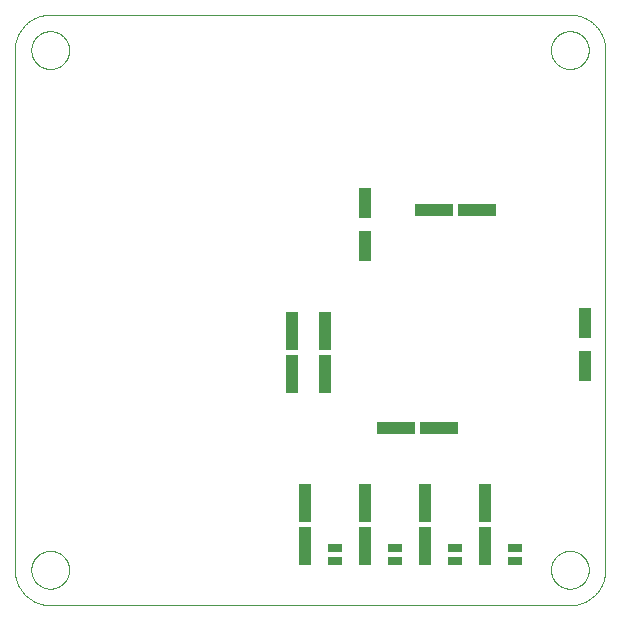
<source format=gtp>
G75*
%MOIN*%
%OFA0B0*%
%FSLAX25Y25*%
%IPPOS*%
%LPD*%
%AMOC8*
5,1,8,0,0,1.08239X$1,22.5*
%
%ADD10C,0.00000*%
%ADD11R,0.03937X0.10236*%
%ADD12R,0.12598X0.03937*%
%ADD13R,0.03937X0.12598*%
%ADD14R,0.04724X0.03150*%
D10*
X0027368Y0017535D02*
X0027368Y0190764D01*
X0032880Y0190764D02*
X0032882Y0190922D01*
X0032888Y0191080D01*
X0032898Y0191238D01*
X0032912Y0191396D01*
X0032930Y0191553D01*
X0032951Y0191710D01*
X0032977Y0191866D01*
X0033007Y0192022D01*
X0033040Y0192177D01*
X0033078Y0192330D01*
X0033119Y0192483D01*
X0033164Y0192635D01*
X0033213Y0192786D01*
X0033266Y0192935D01*
X0033322Y0193083D01*
X0033382Y0193229D01*
X0033446Y0193374D01*
X0033514Y0193517D01*
X0033585Y0193659D01*
X0033659Y0193799D01*
X0033737Y0193936D01*
X0033819Y0194072D01*
X0033903Y0194206D01*
X0033992Y0194337D01*
X0034083Y0194466D01*
X0034178Y0194593D01*
X0034275Y0194718D01*
X0034376Y0194840D01*
X0034480Y0194959D01*
X0034587Y0195076D01*
X0034697Y0195190D01*
X0034810Y0195301D01*
X0034925Y0195410D01*
X0035043Y0195515D01*
X0035164Y0195617D01*
X0035287Y0195717D01*
X0035413Y0195813D01*
X0035541Y0195906D01*
X0035671Y0195996D01*
X0035804Y0196082D01*
X0035939Y0196166D01*
X0036075Y0196245D01*
X0036214Y0196322D01*
X0036355Y0196394D01*
X0036497Y0196464D01*
X0036641Y0196529D01*
X0036787Y0196591D01*
X0036934Y0196649D01*
X0037083Y0196704D01*
X0037233Y0196755D01*
X0037384Y0196802D01*
X0037536Y0196845D01*
X0037689Y0196884D01*
X0037844Y0196920D01*
X0037999Y0196951D01*
X0038155Y0196979D01*
X0038311Y0197003D01*
X0038468Y0197023D01*
X0038626Y0197039D01*
X0038783Y0197051D01*
X0038942Y0197059D01*
X0039100Y0197063D01*
X0039258Y0197063D01*
X0039416Y0197059D01*
X0039575Y0197051D01*
X0039732Y0197039D01*
X0039890Y0197023D01*
X0040047Y0197003D01*
X0040203Y0196979D01*
X0040359Y0196951D01*
X0040514Y0196920D01*
X0040669Y0196884D01*
X0040822Y0196845D01*
X0040974Y0196802D01*
X0041125Y0196755D01*
X0041275Y0196704D01*
X0041424Y0196649D01*
X0041571Y0196591D01*
X0041717Y0196529D01*
X0041861Y0196464D01*
X0042003Y0196394D01*
X0042144Y0196322D01*
X0042283Y0196245D01*
X0042419Y0196166D01*
X0042554Y0196082D01*
X0042687Y0195996D01*
X0042817Y0195906D01*
X0042945Y0195813D01*
X0043071Y0195717D01*
X0043194Y0195617D01*
X0043315Y0195515D01*
X0043433Y0195410D01*
X0043548Y0195301D01*
X0043661Y0195190D01*
X0043771Y0195076D01*
X0043878Y0194959D01*
X0043982Y0194840D01*
X0044083Y0194718D01*
X0044180Y0194593D01*
X0044275Y0194466D01*
X0044366Y0194337D01*
X0044455Y0194206D01*
X0044539Y0194072D01*
X0044621Y0193936D01*
X0044699Y0193799D01*
X0044773Y0193659D01*
X0044844Y0193517D01*
X0044912Y0193374D01*
X0044976Y0193229D01*
X0045036Y0193083D01*
X0045092Y0192935D01*
X0045145Y0192786D01*
X0045194Y0192635D01*
X0045239Y0192483D01*
X0045280Y0192330D01*
X0045318Y0192177D01*
X0045351Y0192022D01*
X0045381Y0191866D01*
X0045407Y0191710D01*
X0045428Y0191553D01*
X0045446Y0191396D01*
X0045460Y0191238D01*
X0045470Y0191080D01*
X0045476Y0190922D01*
X0045478Y0190764D01*
X0045476Y0190606D01*
X0045470Y0190448D01*
X0045460Y0190290D01*
X0045446Y0190132D01*
X0045428Y0189975D01*
X0045407Y0189818D01*
X0045381Y0189662D01*
X0045351Y0189506D01*
X0045318Y0189351D01*
X0045280Y0189198D01*
X0045239Y0189045D01*
X0045194Y0188893D01*
X0045145Y0188742D01*
X0045092Y0188593D01*
X0045036Y0188445D01*
X0044976Y0188299D01*
X0044912Y0188154D01*
X0044844Y0188011D01*
X0044773Y0187869D01*
X0044699Y0187729D01*
X0044621Y0187592D01*
X0044539Y0187456D01*
X0044455Y0187322D01*
X0044366Y0187191D01*
X0044275Y0187062D01*
X0044180Y0186935D01*
X0044083Y0186810D01*
X0043982Y0186688D01*
X0043878Y0186569D01*
X0043771Y0186452D01*
X0043661Y0186338D01*
X0043548Y0186227D01*
X0043433Y0186118D01*
X0043315Y0186013D01*
X0043194Y0185911D01*
X0043071Y0185811D01*
X0042945Y0185715D01*
X0042817Y0185622D01*
X0042687Y0185532D01*
X0042554Y0185446D01*
X0042419Y0185362D01*
X0042283Y0185283D01*
X0042144Y0185206D01*
X0042003Y0185134D01*
X0041861Y0185064D01*
X0041717Y0184999D01*
X0041571Y0184937D01*
X0041424Y0184879D01*
X0041275Y0184824D01*
X0041125Y0184773D01*
X0040974Y0184726D01*
X0040822Y0184683D01*
X0040669Y0184644D01*
X0040514Y0184608D01*
X0040359Y0184577D01*
X0040203Y0184549D01*
X0040047Y0184525D01*
X0039890Y0184505D01*
X0039732Y0184489D01*
X0039575Y0184477D01*
X0039416Y0184469D01*
X0039258Y0184465D01*
X0039100Y0184465D01*
X0038942Y0184469D01*
X0038783Y0184477D01*
X0038626Y0184489D01*
X0038468Y0184505D01*
X0038311Y0184525D01*
X0038155Y0184549D01*
X0037999Y0184577D01*
X0037844Y0184608D01*
X0037689Y0184644D01*
X0037536Y0184683D01*
X0037384Y0184726D01*
X0037233Y0184773D01*
X0037083Y0184824D01*
X0036934Y0184879D01*
X0036787Y0184937D01*
X0036641Y0184999D01*
X0036497Y0185064D01*
X0036355Y0185134D01*
X0036214Y0185206D01*
X0036075Y0185283D01*
X0035939Y0185362D01*
X0035804Y0185446D01*
X0035671Y0185532D01*
X0035541Y0185622D01*
X0035413Y0185715D01*
X0035287Y0185811D01*
X0035164Y0185911D01*
X0035043Y0186013D01*
X0034925Y0186118D01*
X0034810Y0186227D01*
X0034697Y0186338D01*
X0034587Y0186452D01*
X0034480Y0186569D01*
X0034376Y0186688D01*
X0034275Y0186810D01*
X0034178Y0186935D01*
X0034083Y0187062D01*
X0033992Y0187191D01*
X0033903Y0187322D01*
X0033819Y0187456D01*
X0033737Y0187592D01*
X0033659Y0187729D01*
X0033585Y0187869D01*
X0033514Y0188011D01*
X0033446Y0188154D01*
X0033382Y0188299D01*
X0033322Y0188445D01*
X0033266Y0188593D01*
X0033213Y0188742D01*
X0033164Y0188893D01*
X0033119Y0189045D01*
X0033078Y0189198D01*
X0033040Y0189351D01*
X0033007Y0189506D01*
X0032977Y0189662D01*
X0032951Y0189818D01*
X0032930Y0189975D01*
X0032912Y0190132D01*
X0032898Y0190290D01*
X0032888Y0190448D01*
X0032882Y0190606D01*
X0032880Y0190764D01*
X0027368Y0190764D02*
X0027371Y0191049D01*
X0027382Y0191335D01*
X0027399Y0191620D01*
X0027423Y0191904D01*
X0027454Y0192188D01*
X0027492Y0192471D01*
X0027537Y0192752D01*
X0027588Y0193033D01*
X0027646Y0193313D01*
X0027711Y0193591D01*
X0027783Y0193867D01*
X0027861Y0194141D01*
X0027946Y0194414D01*
X0028038Y0194684D01*
X0028136Y0194952D01*
X0028240Y0195218D01*
X0028351Y0195481D01*
X0028468Y0195741D01*
X0028591Y0195999D01*
X0028721Y0196253D01*
X0028857Y0196504D01*
X0028998Y0196752D01*
X0029146Y0196996D01*
X0029299Y0197237D01*
X0029459Y0197473D01*
X0029624Y0197706D01*
X0029794Y0197935D01*
X0029970Y0198160D01*
X0030152Y0198380D01*
X0030338Y0198596D01*
X0030530Y0198807D01*
X0030727Y0199014D01*
X0030929Y0199216D01*
X0031136Y0199413D01*
X0031347Y0199605D01*
X0031563Y0199791D01*
X0031783Y0199973D01*
X0032008Y0200149D01*
X0032237Y0200319D01*
X0032470Y0200484D01*
X0032706Y0200644D01*
X0032947Y0200797D01*
X0033191Y0200945D01*
X0033439Y0201086D01*
X0033690Y0201222D01*
X0033944Y0201352D01*
X0034202Y0201475D01*
X0034462Y0201592D01*
X0034725Y0201703D01*
X0034991Y0201807D01*
X0035259Y0201905D01*
X0035529Y0201997D01*
X0035802Y0202082D01*
X0036076Y0202160D01*
X0036352Y0202232D01*
X0036630Y0202297D01*
X0036910Y0202355D01*
X0037191Y0202406D01*
X0037472Y0202451D01*
X0037755Y0202489D01*
X0038039Y0202520D01*
X0038323Y0202544D01*
X0038608Y0202561D01*
X0038894Y0202572D01*
X0039179Y0202575D01*
X0212407Y0202575D01*
X0206108Y0190764D02*
X0206110Y0190922D01*
X0206116Y0191080D01*
X0206126Y0191238D01*
X0206140Y0191396D01*
X0206158Y0191553D01*
X0206179Y0191710D01*
X0206205Y0191866D01*
X0206235Y0192022D01*
X0206268Y0192177D01*
X0206306Y0192330D01*
X0206347Y0192483D01*
X0206392Y0192635D01*
X0206441Y0192786D01*
X0206494Y0192935D01*
X0206550Y0193083D01*
X0206610Y0193229D01*
X0206674Y0193374D01*
X0206742Y0193517D01*
X0206813Y0193659D01*
X0206887Y0193799D01*
X0206965Y0193936D01*
X0207047Y0194072D01*
X0207131Y0194206D01*
X0207220Y0194337D01*
X0207311Y0194466D01*
X0207406Y0194593D01*
X0207503Y0194718D01*
X0207604Y0194840D01*
X0207708Y0194959D01*
X0207815Y0195076D01*
X0207925Y0195190D01*
X0208038Y0195301D01*
X0208153Y0195410D01*
X0208271Y0195515D01*
X0208392Y0195617D01*
X0208515Y0195717D01*
X0208641Y0195813D01*
X0208769Y0195906D01*
X0208899Y0195996D01*
X0209032Y0196082D01*
X0209167Y0196166D01*
X0209303Y0196245D01*
X0209442Y0196322D01*
X0209583Y0196394D01*
X0209725Y0196464D01*
X0209869Y0196529D01*
X0210015Y0196591D01*
X0210162Y0196649D01*
X0210311Y0196704D01*
X0210461Y0196755D01*
X0210612Y0196802D01*
X0210764Y0196845D01*
X0210917Y0196884D01*
X0211072Y0196920D01*
X0211227Y0196951D01*
X0211383Y0196979D01*
X0211539Y0197003D01*
X0211696Y0197023D01*
X0211854Y0197039D01*
X0212011Y0197051D01*
X0212170Y0197059D01*
X0212328Y0197063D01*
X0212486Y0197063D01*
X0212644Y0197059D01*
X0212803Y0197051D01*
X0212960Y0197039D01*
X0213118Y0197023D01*
X0213275Y0197003D01*
X0213431Y0196979D01*
X0213587Y0196951D01*
X0213742Y0196920D01*
X0213897Y0196884D01*
X0214050Y0196845D01*
X0214202Y0196802D01*
X0214353Y0196755D01*
X0214503Y0196704D01*
X0214652Y0196649D01*
X0214799Y0196591D01*
X0214945Y0196529D01*
X0215089Y0196464D01*
X0215231Y0196394D01*
X0215372Y0196322D01*
X0215511Y0196245D01*
X0215647Y0196166D01*
X0215782Y0196082D01*
X0215915Y0195996D01*
X0216045Y0195906D01*
X0216173Y0195813D01*
X0216299Y0195717D01*
X0216422Y0195617D01*
X0216543Y0195515D01*
X0216661Y0195410D01*
X0216776Y0195301D01*
X0216889Y0195190D01*
X0216999Y0195076D01*
X0217106Y0194959D01*
X0217210Y0194840D01*
X0217311Y0194718D01*
X0217408Y0194593D01*
X0217503Y0194466D01*
X0217594Y0194337D01*
X0217683Y0194206D01*
X0217767Y0194072D01*
X0217849Y0193936D01*
X0217927Y0193799D01*
X0218001Y0193659D01*
X0218072Y0193517D01*
X0218140Y0193374D01*
X0218204Y0193229D01*
X0218264Y0193083D01*
X0218320Y0192935D01*
X0218373Y0192786D01*
X0218422Y0192635D01*
X0218467Y0192483D01*
X0218508Y0192330D01*
X0218546Y0192177D01*
X0218579Y0192022D01*
X0218609Y0191866D01*
X0218635Y0191710D01*
X0218656Y0191553D01*
X0218674Y0191396D01*
X0218688Y0191238D01*
X0218698Y0191080D01*
X0218704Y0190922D01*
X0218706Y0190764D01*
X0218704Y0190606D01*
X0218698Y0190448D01*
X0218688Y0190290D01*
X0218674Y0190132D01*
X0218656Y0189975D01*
X0218635Y0189818D01*
X0218609Y0189662D01*
X0218579Y0189506D01*
X0218546Y0189351D01*
X0218508Y0189198D01*
X0218467Y0189045D01*
X0218422Y0188893D01*
X0218373Y0188742D01*
X0218320Y0188593D01*
X0218264Y0188445D01*
X0218204Y0188299D01*
X0218140Y0188154D01*
X0218072Y0188011D01*
X0218001Y0187869D01*
X0217927Y0187729D01*
X0217849Y0187592D01*
X0217767Y0187456D01*
X0217683Y0187322D01*
X0217594Y0187191D01*
X0217503Y0187062D01*
X0217408Y0186935D01*
X0217311Y0186810D01*
X0217210Y0186688D01*
X0217106Y0186569D01*
X0216999Y0186452D01*
X0216889Y0186338D01*
X0216776Y0186227D01*
X0216661Y0186118D01*
X0216543Y0186013D01*
X0216422Y0185911D01*
X0216299Y0185811D01*
X0216173Y0185715D01*
X0216045Y0185622D01*
X0215915Y0185532D01*
X0215782Y0185446D01*
X0215647Y0185362D01*
X0215511Y0185283D01*
X0215372Y0185206D01*
X0215231Y0185134D01*
X0215089Y0185064D01*
X0214945Y0184999D01*
X0214799Y0184937D01*
X0214652Y0184879D01*
X0214503Y0184824D01*
X0214353Y0184773D01*
X0214202Y0184726D01*
X0214050Y0184683D01*
X0213897Y0184644D01*
X0213742Y0184608D01*
X0213587Y0184577D01*
X0213431Y0184549D01*
X0213275Y0184525D01*
X0213118Y0184505D01*
X0212960Y0184489D01*
X0212803Y0184477D01*
X0212644Y0184469D01*
X0212486Y0184465D01*
X0212328Y0184465D01*
X0212170Y0184469D01*
X0212011Y0184477D01*
X0211854Y0184489D01*
X0211696Y0184505D01*
X0211539Y0184525D01*
X0211383Y0184549D01*
X0211227Y0184577D01*
X0211072Y0184608D01*
X0210917Y0184644D01*
X0210764Y0184683D01*
X0210612Y0184726D01*
X0210461Y0184773D01*
X0210311Y0184824D01*
X0210162Y0184879D01*
X0210015Y0184937D01*
X0209869Y0184999D01*
X0209725Y0185064D01*
X0209583Y0185134D01*
X0209442Y0185206D01*
X0209303Y0185283D01*
X0209167Y0185362D01*
X0209032Y0185446D01*
X0208899Y0185532D01*
X0208769Y0185622D01*
X0208641Y0185715D01*
X0208515Y0185811D01*
X0208392Y0185911D01*
X0208271Y0186013D01*
X0208153Y0186118D01*
X0208038Y0186227D01*
X0207925Y0186338D01*
X0207815Y0186452D01*
X0207708Y0186569D01*
X0207604Y0186688D01*
X0207503Y0186810D01*
X0207406Y0186935D01*
X0207311Y0187062D01*
X0207220Y0187191D01*
X0207131Y0187322D01*
X0207047Y0187456D01*
X0206965Y0187592D01*
X0206887Y0187729D01*
X0206813Y0187869D01*
X0206742Y0188011D01*
X0206674Y0188154D01*
X0206610Y0188299D01*
X0206550Y0188445D01*
X0206494Y0188593D01*
X0206441Y0188742D01*
X0206392Y0188893D01*
X0206347Y0189045D01*
X0206306Y0189198D01*
X0206268Y0189351D01*
X0206235Y0189506D01*
X0206205Y0189662D01*
X0206179Y0189818D01*
X0206158Y0189975D01*
X0206140Y0190132D01*
X0206126Y0190290D01*
X0206116Y0190448D01*
X0206110Y0190606D01*
X0206108Y0190764D01*
X0212407Y0202575D02*
X0212692Y0202572D01*
X0212978Y0202561D01*
X0213263Y0202544D01*
X0213547Y0202520D01*
X0213831Y0202489D01*
X0214114Y0202451D01*
X0214395Y0202406D01*
X0214676Y0202355D01*
X0214956Y0202297D01*
X0215234Y0202232D01*
X0215510Y0202160D01*
X0215784Y0202082D01*
X0216057Y0201997D01*
X0216327Y0201905D01*
X0216595Y0201807D01*
X0216861Y0201703D01*
X0217124Y0201592D01*
X0217384Y0201475D01*
X0217642Y0201352D01*
X0217896Y0201222D01*
X0218147Y0201086D01*
X0218395Y0200945D01*
X0218639Y0200797D01*
X0218880Y0200644D01*
X0219116Y0200484D01*
X0219349Y0200319D01*
X0219578Y0200149D01*
X0219803Y0199973D01*
X0220023Y0199791D01*
X0220239Y0199605D01*
X0220450Y0199413D01*
X0220657Y0199216D01*
X0220859Y0199014D01*
X0221056Y0198807D01*
X0221248Y0198596D01*
X0221434Y0198380D01*
X0221616Y0198160D01*
X0221792Y0197935D01*
X0221962Y0197706D01*
X0222127Y0197473D01*
X0222287Y0197237D01*
X0222440Y0196996D01*
X0222588Y0196752D01*
X0222729Y0196504D01*
X0222865Y0196253D01*
X0222995Y0195999D01*
X0223118Y0195741D01*
X0223235Y0195481D01*
X0223346Y0195218D01*
X0223450Y0194952D01*
X0223548Y0194684D01*
X0223640Y0194414D01*
X0223725Y0194141D01*
X0223803Y0193867D01*
X0223875Y0193591D01*
X0223940Y0193313D01*
X0223998Y0193033D01*
X0224049Y0192752D01*
X0224094Y0192471D01*
X0224132Y0192188D01*
X0224163Y0191904D01*
X0224187Y0191620D01*
X0224204Y0191335D01*
X0224215Y0191049D01*
X0224218Y0190764D01*
X0224219Y0190764D02*
X0224219Y0017535D01*
X0206108Y0017535D02*
X0206110Y0017693D01*
X0206116Y0017851D01*
X0206126Y0018009D01*
X0206140Y0018167D01*
X0206158Y0018324D01*
X0206179Y0018481D01*
X0206205Y0018637D01*
X0206235Y0018793D01*
X0206268Y0018948D01*
X0206306Y0019101D01*
X0206347Y0019254D01*
X0206392Y0019406D01*
X0206441Y0019557D01*
X0206494Y0019706D01*
X0206550Y0019854D01*
X0206610Y0020000D01*
X0206674Y0020145D01*
X0206742Y0020288D01*
X0206813Y0020430D01*
X0206887Y0020570D01*
X0206965Y0020707D01*
X0207047Y0020843D01*
X0207131Y0020977D01*
X0207220Y0021108D01*
X0207311Y0021237D01*
X0207406Y0021364D01*
X0207503Y0021489D01*
X0207604Y0021611D01*
X0207708Y0021730D01*
X0207815Y0021847D01*
X0207925Y0021961D01*
X0208038Y0022072D01*
X0208153Y0022181D01*
X0208271Y0022286D01*
X0208392Y0022388D01*
X0208515Y0022488D01*
X0208641Y0022584D01*
X0208769Y0022677D01*
X0208899Y0022767D01*
X0209032Y0022853D01*
X0209167Y0022937D01*
X0209303Y0023016D01*
X0209442Y0023093D01*
X0209583Y0023165D01*
X0209725Y0023235D01*
X0209869Y0023300D01*
X0210015Y0023362D01*
X0210162Y0023420D01*
X0210311Y0023475D01*
X0210461Y0023526D01*
X0210612Y0023573D01*
X0210764Y0023616D01*
X0210917Y0023655D01*
X0211072Y0023691D01*
X0211227Y0023722D01*
X0211383Y0023750D01*
X0211539Y0023774D01*
X0211696Y0023794D01*
X0211854Y0023810D01*
X0212011Y0023822D01*
X0212170Y0023830D01*
X0212328Y0023834D01*
X0212486Y0023834D01*
X0212644Y0023830D01*
X0212803Y0023822D01*
X0212960Y0023810D01*
X0213118Y0023794D01*
X0213275Y0023774D01*
X0213431Y0023750D01*
X0213587Y0023722D01*
X0213742Y0023691D01*
X0213897Y0023655D01*
X0214050Y0023616D01*
X0214202Y0023573D01*
X0214353Y0023526D01*
X0214503Y0023475D01*
X0214652Y0023420D01*
X0214799Y0023362D01*
X0214945Y0023300D01*
X0215089Y0023235D01*
X0215231Y0023165D01*
X0215372Y0023093D01*
X0215511Y0023016D01*
X0215647Y0022937D01*
X0215782Y0022853D01*
X0215915Y0022767D01*
X0216045Y0022677D01*
X0216173Y0022584D01*
X0216299Y0022488D01*
X0216422Y0022388D01*
X0216543Y0022286D01*
X0216661Y0022181D01*
X0216776Y0022072D01*
X0216889Y0021961D01*
X0216999Y0021847D01*
X0217106Y0021730D01*
X0217210Y0021611D01*
X0217311Y0021489D01*
X0217408Y0021364D01*
X0217503Y0021237D01*
X0217594Y0021108D01*
X0217683Y0020977D01*
X0217767Y0020843D01*
X0217849Y0020707D01*
X0217927Y0020570D01*
X0218001Y0020430D01*
X0218072Y0020288D01*
X0218140Y0020145D01*
X0218204Y0020000D01*
X0218264Y0019854D01*
X0218320Y0019706D01*
X0218373Y0019557D01*
X0218422Y0019406D01*
X0218467Y0019254D01*
X0218508Y0019101D01*
X0218546Y0018948D01*
X0218579Y0018793D01*
X0218609Y0018637D01*
X0218635Y0018481D01*
X0218656Y0018324D01*
X0218674Y0018167D01*
X0218688Y0018009D01*
X0218698Y0017851D01*
X0218704Y0017693D01*
X0218706Y0017535D01*
X0218704Y0017377D01*
X0218698Y0017219D01*
X0218688Y0017061D01*
X0218674Y0016903D01*
X0218656Y0016746D01*
X0218635Y0016589D01*
X0218609Y0016433D01*
X0218579Y0016277D01*
X0218546Y0016122D01*
X0218508Y0015969D01*
X0218467Y0015816D01*
X0218422Y0015664D01*
X0218373Y0015513D01*
X0218320Y0015364D01*
X0218264Y0015216D01*
X0218204Y0015070D01*
X0218140Y0014925D01*
X0218072Y0014782D01*
X0218001Y0014640D01*
X0217927Y0014500D01*
X0217849Y0014363D01*
X0217767Y0014227D01*
X0217683Y0014093D01*
X0217594Y0013962D01*
X0217503Y0013833D01*
X0217408Y0013706D01*
X0217311Y0013581D01*
X0217210Y0013459D01*
X0217106Y0013340D01*
X0216999Y0013223D01*
X0216889Y0013109D01*
X0216776Y0012998D01*
X0216661Y0012889D01*
X0216543Y0012784D01*
X0216422Y0012682D01*
X0216299Y0012582D01*
X0216173Y0012486D01*
X0216045Y0012393D01*
X0215915Y0012303D01*
X0215782Y0012217D01*
X0215647Y0012133D01*
X0215511Y0012054D01*
X0215372Y0011977D01*
X0215231Y0011905D01*
X0215089Y0011835D01*
X0214945Y0011770D01*
X0214799Y0011708D01*
X0214652Y0011650D01*
X0214503Y0011595D01*
X0214353Y0011544D01*
X0214202Y0011497D01*
X0214050Y0011454D01*
X0213897Y0011415D01*
X0213742Y0011379D01*
X0213587Y0011348D01*
X0213431Y0011320D01*
X0213275Y0011296D01*
X0213118Y0011276D01*
X0212960Y0011260D01*
X0212803Y0011248D01*
X0212644Y0011240D01*
X0212486Y0011236D01*
X0212328Y0011236D01*
X0212170Y0011240D01*
X0212011Y0011248D01*
X0211854Y0011260D01*
X0211696Y0011276D01*
X0211539Y0011296D01*
X0211383Y0011320D01*
X0211227Y0011348D01*
X0211072Y0011379D01*
X0210917Y0011415D01*
X0210764Y0011454D01*
X0210612Y0011497D01*
X0210461Y0011544D01*
X0210311Y0011595D01*
X0210162Y0011650D01*
X0210015Y0011708D01*
X0209869Y0011770D01*
X0209725Y0011835D01*
X0209583Y0011905D01*
X0209442Y0011977D01*
X0209303Y0012054D01*
X0209167Y0012133D01*
X0209032Y0012217D01*
X0208899Y0012303D01*
X0208769Y0012393D01*
X0208641Y0012486D01*
X0208515Y0012582D01*
X0208392Y0012682D01*
X0208271Y0012784D01*
X0208153Y0012889D01*
X0208038Y0012998D01*
X0207925Y0013109D01*
X0207815Y0013223D01*
X0207708Y0013340D01*
X0207604Y0013459D01*
X0207503Y0013581D01*
X0207406Y0013706D01*
X0207311Y0013833D01*
X0207220Y0013962D01*
X0207131Y0014093D01*
X0207047Y0014227D01*
X0206965Y0014363D01*
X0206887Y0014500D01*
X0206813Y0014640D01*
X0206742Y0014782D01*
X0206674Y0014925D01*
X0206610Y0015070D01*
X0206550Y0015216D01*
X0206494Y0015364D01*
X0206441Y0015513D01*
X0206392Y0015664D01*
X0206347Y0015816D01*
X0206306Y0015969D01*
X0206268Y0016122D01*
X0206235Y0016277D01*
X0206205Y0016433D01*
X0206179Y0016589D01*
X0206158Y0016746D01*
X0206140Y0016903D01*
X0206126Y0017061D01*
X0206116Y0017219D01*
X0206110Y0017377D01*
X0206108Y0017535D01*
X0212407Y0005724D02*
X0212692Y0005727D01*
X0212978Y0005738D01*
X0213263Y0005755D01*
X0213547Y0005779D01*
X0213831Y0005810D01*
X0214114Y0005848D01*
X0214395Y0005893D01*
X0214676Y0005944D01*
X0214956Y0006002D01*
X0215234Y0006067D01*
X0215510Y0006139D01*
X0215784Y0006217D01*
X0216057Y0006302D01*
X0216327Y0006394D01*
X0216595Y0006492D01*
X0216861Y0006596D01*
X0217124Y0006707D01*
X0217384Y0006824D01*
X0217642Y0006947D01*
X0217896Y0007077D01*
X0218147Y0007213D01*
X0218395Y0007354D01*
X0218639Y0007502D01*
X0218880Y0007655D01*
X0219116Y0007815D01*
X0219349Y0007980D01*
X0219578Y0008150D01*
X0219803Y0008326D01*
X0220023Y0008508D01*
X0220239Y0008694D01*
X0220450Y0008886D01*
X0220657Y0009083D01*
X0220859Y0009285D01*
X0221056Y0009492D01*
X0221248Y0009703D01*
X0221434Y0009919D01*
X0221616Y0010139D01*
X0221792Y0010364D01*
X0221962Y0010593D01*
X0222127Y0010826D01*
X0222287Y0011062D01*
X0222440Y0011303D01*
X0222588Y0011547D01*
X0222729Y0011795D01*
X0222865Y0012046D01*
X0222995Y0012300D01*
X0223118Y0012558D01*
X0223235Y0012818D01*
X0223346Y0013081D01*
X0223450Y0013347D01*
X0223548Y0013615D01*
X0223640Y0013885D01*
X0223725Y0014158D01*
X0223803Y0014432D01*
X0223875Y0014708D01*
X0223940Y0014986D01*
X0223998Y0015266D01*
X0224049Y0015547D01*
X0224094Y0015828D01*
X0224132Y0016111D01*
X0224163Y0016395D01*
X0224187Y0016679D01*
X0224204Y0016964D01*
X0224215Y0017250D01*
X0224218Y0017535D01*
X0212407Y0005724D02*
X0039179Y0005724D01*
X0032880Y0017535D02*
X0032882Y0017693D01*
X0032888Y0017851D01*
X0032898Y0018009D01*
X0032912Y0018167D01*
X0032930Y0018324D01*
X0032951Y0018481D01*
X0032977Y0018637D01*
X0033007Y0018793D01*
X0033040Y0018948D01*
X0033078Y0019101D01*
X0033119Y0019254D01*
X0033164Y0019406D01*
X0033213Y0019557D01*
X0033266Y0019706D01*
X0033322Y0019854D01*
X0033382Y0020000D01*
X0033446Y0020145D01*
X0033514Y0020288D01*
X0033585Y0020430D01*
X0033659Y0020570D01*
X0033737Y0020707D01*
X0033819Y0020843D01*
X0033903Y0020977D01*
X0033992Y0021108D01*
X0034083Y0021237D01*
X0034178Y0021364D01*
X0034275Y0021489D01*
X0034376Y0021611D01*
X0034480Y0021730D01*
X0034587Y0021847D01*
X0034697Y0021961D01*
X0034810Y0022072D01*
X0034925Y0022181D01*
X0035043Y0022286D01*
X0035164Y0022388D01*
X0035287Y0022488D01*
X0035413Y0022584D01*
X0035541Y0022677D01*
X0035671Y0022767D01*
X0035804Y0022853D01*
X0035939Y0022937D01*
X0036075Y0023016D01*
X0036214Y0023093D01*
X0036355Y0023165D01*
X0036497Y0023235D01*
X0036641Y0023300D01*
X0036787Y0023362D01*
X0036934Y0023420D01*
X0037083Y0023475D01*
X0037233Y0023526D01*
X0037384Y0023573D01*
X0037536Y0023616D01*
X0037689Y0023655D01*
X0037844Y0023691D01*
X0037999Y0023722D01*
X0038155Y0023750D01*
X0038311Y0023774D01*
X0038468Y0023794D01*
X0038626Y0023810D01*
X0038783Y0023822D01*
X0038942Y0023830D01*
X0039100Y0023834D01*
X0039258Y0023834D01*
X0039416Y0023830D01*
X0039575Y0023822D01*
X0039732Y0023810D01*
X0039890Y0023794D01*
X0040047Y0023774D01*
X0040203Y0023750D01*
X0040359Y0023722D01*
X0040514Y0023691D01*
X0040669Y0023655D01*
X0040822Y0023616D01*
X0040974Y0023573D01*
X0041125Y0023526D01*
X0041275Y0023475D01*
X0041424Y0023420D01*
X0041571Y0023362D01*
X0041717Y0023300D01*
X0041861Y0023235D01*
X0042003Y0023165D01*
X0042144Y0023093D01*
X0042283Y0023016D01*
X0042419Y0022937D01*
X0042554Y0022853D01*
X0042687Y0022767D01*
X0042817Y0022677D01*
X0042945Y0022584D01*
X0043071Y0022488D01*
X0043194Y0022388D01*
X0043315Y0022286D01*
X0043433Y0022181D01*
X0043548Y0022072D01*
X0043661Y0021961D01*
X0043771Y0021847D01*
X0043878Y0021730D01*
X0043982Y0021611D01*
X0044083Y0021489D01*
X0044180Y0021364D01*
X0044275Y0021237D01*
X0044366Y0021108D01*
X0044455Y0020977D01*
X0044539Y0020843D01*
X0044621Y0020707D01*
X0044699Y0020570D01*
X0044773Y0020430D01*
X0044844Y0020288D01*
X0044912Y0020145D01*
X0044976Y0020000D01*
X0045036Y0019854D01*
X0045092Y0019706D01*
X0045145Y0019557D01*
X0045194Y0019406D01*
X0045239Y0019254D01*
X0045280Y0019101D01*
X0045318Y0018948D01*
X0045351Y0018793D01*
X0045381Y0018637D01*
X0045407Y0018481D01*
X0045428Y0018324D01*
X0045446Y0018167D01*
X0045460Y0018009D01*
X0045470Y0017851D01*
X0045476Y0017693D01*
X0045478Y0017535D01*
X0045476Y0017377D01*
X0045470Y0017219D01*
X0045460Y0017061D01*
X0045446Y0016903D01*
X0045428Y0016746D01*
X0045407Y0016589D01*
X0045381Y0016433D01*
X0045351Y0016277D01*
X0045318Y0016122D01*
X0045280Y0015969D01*
X0045239Y0015816D01*
X0045194Y0015664D01*
X0045145Y0015513D01*
X0045092Y0015364D01*
X0045036Y0015216D01*
X0044976Y0015070D01*
X0044912Y0014925D01*
X0044844Y0014782D01*
X0044773Y0014640D01*
X0044699Y0014500D01*
X0044621Y0014363D01*
X0044539Y0014227D01*
X0044455Y0014093D01*
X0044366Y0013962D01*
X0044275Y0013833D01*
X0044180Y0013706D01*
X0044083Y0013581D01*
X0043982Y0013459D01*
X0043878Y0013340D01*
X0043771Y0013223D01*
X0043661Y0013109D01*
X0043548Y0012998D01*
X0043433Y0012889D01*
X0043315Y0012784D01*
X0043194Y0012682D01*
X0043071Y0012582D01*
X0042945Y0012486D01*
X0042817Y0012393D01*
X0042687Y0012303D01*
X0042554Y0012217D01*
X0042419Y0012133D01*
X0042283Y0012054D01*
X0042144Y0011977D01*
X0042003Y0011905D01*
X0041861Y0011835D01*
X0041717Y0011770D01*
X0041571Y0011708D01*
X0041424Y0011650D01*
X0041275Y0011595D01*
X0041125Y0011544D01*
X0040974Y0011497D01*
X0040822Y0011454D01*
X0040669Y0011415D01*
X0040514Y0011379D01*
X0040359Y0011348D01*
X0040203Y0011320D01*
X0040047Y0011296D01*
X0039890Y0011276D01*
X0039732Y0011260D01*
X0039575Y0011248D01*
X0039416Y0011240D01*
X0039258Y0011236D01*
X0039100Y0011236D01*
X0038942Y0011240D01*
X0038783Y0011248D01*
X0038626Y0011260D01*
X0038468Y0011276D01*
X0038311Y0011296D01*
X0038155Y0011320D01*
X0037999Y0011348D01*
X0037844Y0011379D01*
X0037689Y0011415D01*
X0037536Y0011454D01*
X0037384Y0011497D01*
X0037233Y0011544D01*
X0037083Y0011595D01*
X0036934Y0011650D01*
X0036787Y0011708D01*
X0036641Y0011770D01*
X0036497Y0011835D01*
X0036355Y0011905D01*
X0036214Y0011977D01*
X0036075Y0012054D01*
X0035939Y0012133D01*
X0035804Y0012217D01*
X0035671Y0012303D01*
X0035541Y0012393D01*
X0035413Y0012486D01*
X0035287Y0012582D01*
X0035164Y0012682D01*
X0035043Y0012784D01*
X0034925Y0012889D01*
X0034810Y0012998D01*
X0034697Y0013109D01*
X0034587Y0013223D01*
X0034480Y0013340D01*
X0034376Y0013459D01*
X0034275Y0013581D01*
X0034178Y0013706D01*
X0034083Y0013833D01*
X0033992Y0013962D01*
X0033903Y0014093D01*
X0033819Y0014227D01*
X0033737Y0014363D01*
X0033659Y0014500D01*
X0033585Y0014640D01*
X0033514Y0014782D01*
X0033446Y0014925D01*
X0033382Y0015070D01*
X0033322Y0015216D01*
X0033266Y0015364D01*
X0033213Y0015513D01*
X0033164Y0015664D01*
X0033119Y0015816D01*
X0033078Y0015969D01*
X0033040Y0016122D01*
X0033007Y0016277D01*
X0032977Y0016433D01*
X0032951Y0016589D01*
X0032930Y0016746D01*
X0032912Y0016903D01*
X0032898Y0017061D01*
X0032888Y0017219D01*
X0032882Y0017377D01*
X0032880Y0017535D01*
X0027368Y0017535D02*
X0027371Y0017250D01*
X0027382Y0016964D01*
X0027399Y0016679D01*
X0027423Y0016395D01*
X0027454Y0016111D01*
X0027492Y0015828D01*
X0027537Y0015547D01*
X0027588Y0015266D01*
X0027646Y0014986D01*
X0027711Y0014708D01*
X0027783Y0014432D01*
X0027861Y0014158D01*
X0027946Y0013885D01*
X0028038Y0013615D01*
X0028136Y0013347D01*
X0028240Y0013081D01*
X0028351Y0012818D01*
X0028468Y0012558D01*
X0028591Y0012300D01*
X0028721Y0012046D01*
X0028857Y0011795D01*
X0028998Y0011547D01*
X0029146Y0011303D01*
X0029299Y0011062D01*
X0029459Y0010826D01*
X0029624Y0010593D01*
X0029794Y0010364D01*
X0029970Y0010139D01*
X0030152Y0009919D01*
X0030338Y0009703D01*
X0030530Y0009492D01*
X0030727Y0009285D01*
X0030929Y0009083D01*
X0031136Y0008886D01*
X0031347Y0008694D01*
X0031563Y0008508D01*
X0031783Y0008326D01*
X0032008Y0008150D01*
X0032237Y0007980D01*
X0032470Y0007815D01*
X0032706Y0007655D01*
X0032947Y0007502D01*
X0033191Y0007354D01*
X0033439Y0007213D01*
X0033690Y0007077D01*
X0033944Y0006947D01*
X0034202Y0006824D01*
X0034462Y0006707D01*
X0034725Y0006596D01*
X0034991Y0006492D01*
X0035259Y0006394D01*
X0035529Y0006302D01*
X0035802Y0006217D01*
X0036076Y0006139D01*
X0036352Y0006067D01*
X0036630Y0006002D01*
X0036910Y0005944D01*
X0037191Y0005893D01*
X0037472Y0005848D01*
X0037755Y0005810D01*
X0038039Y0005779D01*
X0038323Y0005755D01*
X0038608Y0005738D01*
X0038894Y0005727D01*
X0039179Y0005724D01*
D11*
X0144219Y0125488D03*
X0144219Y0139661D03*
X0217368Y0099661D03*
X0217368Y0085488D03*
D12*
X0168667Y0064937D03*
X0154494Y0064937D03*
X0167132Y0137575D03*
X0181305Y0137575D03*
D13*
X0130656Y0097024D03*
X0119868Y0097024D03*
X0119868Y0082850D03*
X0130656Y0082850D03*
X0124219Y0039661D03*
X0124219Y0025488D03*
X0144219Y0025488D03*
X0144219Y0039661D03*
X0164219Y0039661D03*
X0164219Y0025488D03*
X0184219Y0025488D03*
X0184219Y0039661D03*
D14*
X0194219Y0024661D03*
X0194219Y0020488D03*
X0174219Y0020488D03*
X0174219Y0024661D03*
X0154219Y0024661D03*
X0154219Y0020488D03*
X0134219Y0020488D03*
X0134219Y0024661D03*
M02*

</source>
